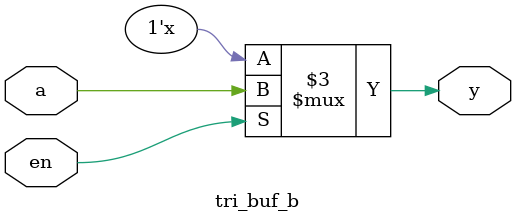
<source format=v>
module tri_buf_b (
  input  wire en,
  input  wire a,
  output reg  y
);
  always @* begin
    if (en) y = a; else y = 1'bz;
  end
endmodule


</source>
